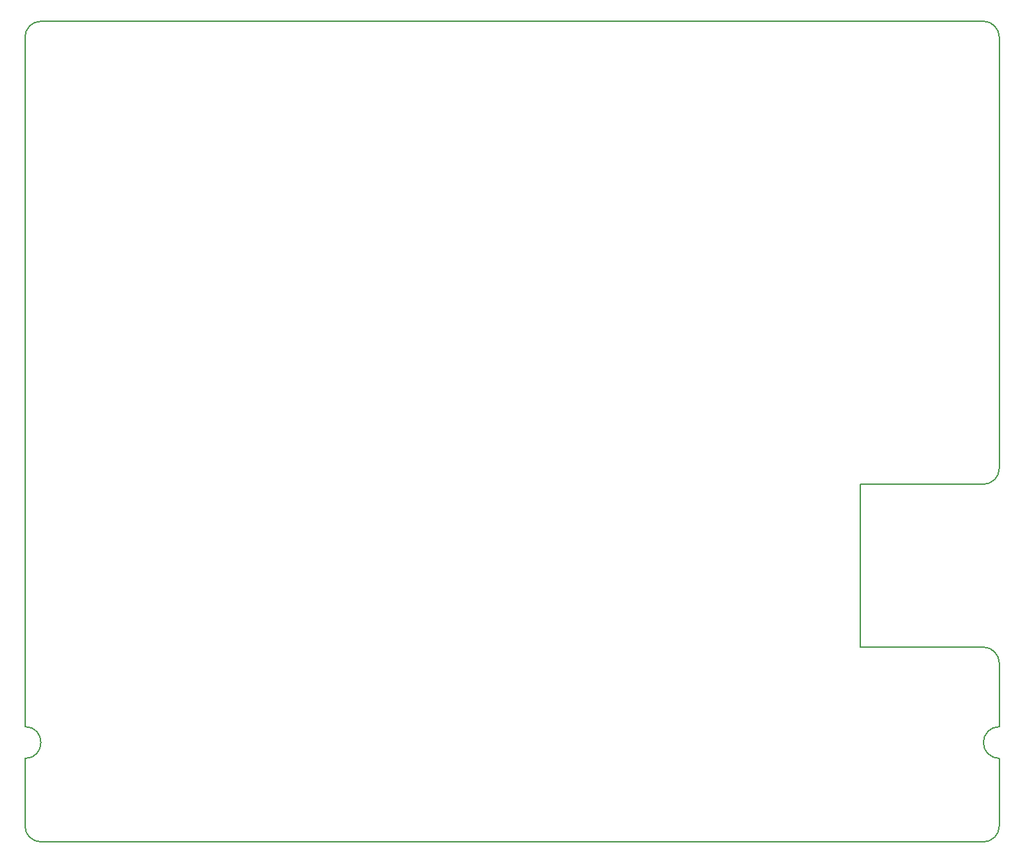
<source format=gbr>
G04 #@! TF.GenerationSoftware,KiCad,Pcbnew,(5.0.0)*
G04 #@! TF.CreationDate,2019-03-03T17:57:38-06:00*
G04 #@! TF.ProjectId,ArmMotorController_Hardware,41726D4D6F746F72436F6E74726F6C6C,rev?*
G04 #@! TF.SameCoordinates,Original*
G04 #@! TF.FileFunction,Profile,NP*
%FSLAX46Y46*%
G04 Gerber Fmt 4.6, Leading zero omitted, Abs format (unit mm)*
G04 Created by KiCad (PCBNEW (5.0.0)) date 03/03/19 17:57:38*
%MOMM*%
%LPD*%
G01*
G04 APERTURE LIST*
%ADD10C,0.150000*%
G04 APERTURE END LIST*
D10*
X163830000Y-60960000D02*
X163830000Y-116078000D01*
X39370000Y-60960000D02*
X39370000Y-149098000D01*
X161798000Y-58928000D02*
X41402000Y-58928000D01*
X39370000Y-60960000D02*
G75*
G02X41402000Y-58928000I2032000J0D01*
G01*
X161798000Y-58928000D02*
G75*
G02X163830000Y-60960000I0J-2032000D01*
G01*
X163830000Y-116078000D02*
G75*
G02X161798000Y-118110000I-2032000J0D01*
G01*
X161798000Y-138938000D02*
G75*
G02X163830000Y-140970000I0J-2032000D01*
G01*
X161798000Y-151130000D02*
G75*
G02X163830000Y-149098000I2032000J0D01*
G01*
X163830000Y-153162000D02*
G75*
G02X161798000Y-151130000I0J2032000D01*
G01*
X163830000Y-161798000D02*
G75*
G02X161798000Y-163830000I-2032000J0D01*
G01*
X41402000Y-163830000D02*
G75*
G02X39370000Y-161798000I0J2032000D01*
G01*
X39370000Y-149098000D02*
G75*
G02X39370000Y-153162000I0J-2032000D01*
G01*
X146050000Y-118110000D02*
X161798000Y-118110000D01*
X146050000Y-138938000D02*
X146050000Y-118110000D01*
X161798000Y-138938000D02*
X146050000Y-138938000D01*
X163830000Y-149098000D02*
X163830000Y-140970000D01*
X163830000Y-161798000D02*
X163830000Y-153162000D01*
X41402000Y-163830000D02*
X161798000Y-163830000D01*
X39370000Y-153162000D02*
X39370000Y-161798000D01*
M02*

</source>
